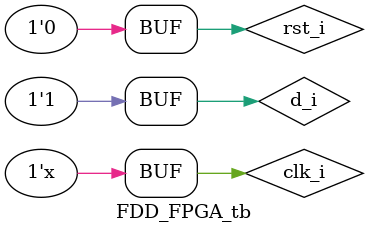
<source format=v>

/*
	Proyecto: FDD
	Archivo: FDD_FPGA.v
	Descripcion: Descripcion de un flip flop D
					 entrada en paralelo - salida en serie
	Asignatura: DSD
	Prof: Flores Escobar Jose Antonio
	Equipo: Coloque a los integrantes...
				Álvarez Hernández Gabriel Alexander
				Bueno Aguilar Alexis Haziel
				Garcia Quiroz Gustavo Ivan
				Huesca Laureano Josue Alejandro
				Muñoz Valdivia Irving Omar */
module FDD_FPGA(
    input        clk_i,
    input        rst_i,
    input  [3:0] d_i,
	 input 		  serialin_i,
	 input 		  move_load_i,
    output wire  q_o
);
    // Declaración de señales
    wire    ff1q_ff2d	,
            ff2q_ff3d	,
            ff3q_ff4d	,
            clk_df		,
				salidactrl_w3,
				salidactrl_w2,
				salidactrl_w1,
				salidactrl_w0;

    // Instancia del Divisor de Frecuencia
    DivFreq DF(
        .clk_i  (clk_i),
        .rst_i  (rst_i),
        .clk_o  (clk_df)
    );
	 //Instancia de control para el flip flop tipo D


	 //	Instancia control para FFD3
	 FFD_ctrl FFD_ctrl3(
		.serialin_i		(serialin_i),
		.move_i			(move_load_i),
		.move_ni			(~move_load_i),
		.parallelin_i	(d_i[3]),
		.clk_i			(clk_i),
		.rst_i			(rst_i),
		.q_o				(salidactrl3_w)
	 );
    // Instancia del FFD3
    FFD FDD3(
        //.clk_i  (clk_df),// Para FPGA      
		  .clk_i  (clk_i), // Para Simulacion
        .d_i    (salidactrl3_w),
        .rst_i  (rst_i),
        .q_o    (ff1q_ff2d)
    );
	 
	 //	Instancia control para FFD2
	 FFD_ctrl FFD_ctrl2(
		.serialin_i		(ff1q_ff2d),
		.move_i			(move_load_i),
		.move_ni			(~move_load_i),
		.parallelin_i	(d_i[2]),
		.clk_i			(clk_i),
		.rst_i			(rst_i),
		.q_o				(salidactrl2_w)
	 );
    // Instancia del FFD2
    FFD FDD2(
      //.clk_i  (clk_df),// Para FPGA      
		  .clk_i  (clk_i), // Para Simulacion
        .d_i    (salidactrl2_w),
        .rst_i  (rst_i),
        .q_o    (ff2q_ff3d)
    );
	 
	 //	Instancia control para FFD1
	 FFD_ctrl FFD_ctrl1(
		.serialin_i		(ff2q_ff3d),
		.move_i			(move_load_i),
		.move_ni			(~move_load_i),
		.parallelin_i	(d_i[1]),
		.clk_i			(clk_i),
		.rst_i			(rst_i),
		.q_o				(salidactrl1_w)
	 );
    // Instancia del FFD1
    FFD FDD1(
        //.clk_i  (clk_df),// Para FPGA      
		  .clk_i  (clk_i), // Para Simulacion
        .d_i    (salidactrl1_w),
        .rst_i  (rst_i),
        .q_o    (ff3q_ff4d)
    );
	 
	 //	Instancia control para FFD0
	 FFD_ctrl FFD_ctrl0(
		.serialin_i		(ff3q_ff4d),
		.move_i			(move_load_i),
		.move_ni			(~move_load_i),
		.parallelin_i	(d_i[0]),
		.clk_i			(clk_i),
		.rst_i			(rst_i),
		.q_o				(salidactrl0_w)
	 );
    // Instancia del FFD0
    FFD FDD0(
        //.clk_i  (clk_df),// Para FPGA      
		  .clk_i  (clk_i), // Para Simulacion
        .d_i    (salidactrl0_w),
        .rst_i  (rst_i),
        .q_o    (q_o)
    ); 
   
endmodule


//Creando banco de pruebas (test bench)
module FDD_FPGA_tb ();
    reg       clk_i;
    reg       rst_i;
    reg       d_i;
 // wire      q_o;
	 wire		  q_o1;
	 wire		  q_o2;
	 wire		  q_o3;
	 wire		  q_o4;
	 
	 //Dando valores iniciales a la simulació
	 initial
	 begin
		clk_i	<=1'b1;
		rst_i	<=1'b1;
		d_i	<=1'b0;
		#100
		rst_i	<=	1'b0;
	 end
	 //Instancia del Device Under Test (DUT) adentro de los parentesis van los de FDD_FPGA_tb
		FDD_FPGA DUT(
        .clk_i  (clk_i),
        .d_i    (d_i),
        .rst_i  (rst_i),
        .q_o1    (q_o1),
		  .q_o2    (q_o2),
		  .q_o3    (q_o3),
		  .q_o4    (q_o4)
    );
	 //generacion de señal de reloj
	 always
	 begin
		#50 //avanza 50 tiempo y luego se pone en 0 y luego en 1, luego cero y nuevamente 1
			clk_i <=	~clk_i;
	end 
	
	//cambios de valores de señales avanza 100 unidades de tiempo, baja a 0 y así se mantiene
	/*always
	begin
		#100
			rst_i	<=	1'b0
	end*/ //Lo anterior igual se hace en las lineas 74 y 75 de este código
	
	always
	begin
		#100
			d_i	<=	1'b0;
		#100
			d_i	<=	1'b1;
		#100
			d_i	<=	1'b1;
		#100
			d_i	<=	1'b0;
		#100
			d_i	<=	1'b0;
		#100
			d_i	<=	1'b1;
		#100
			d_i	<=	1'b1;
	end
endmodule
</source>
